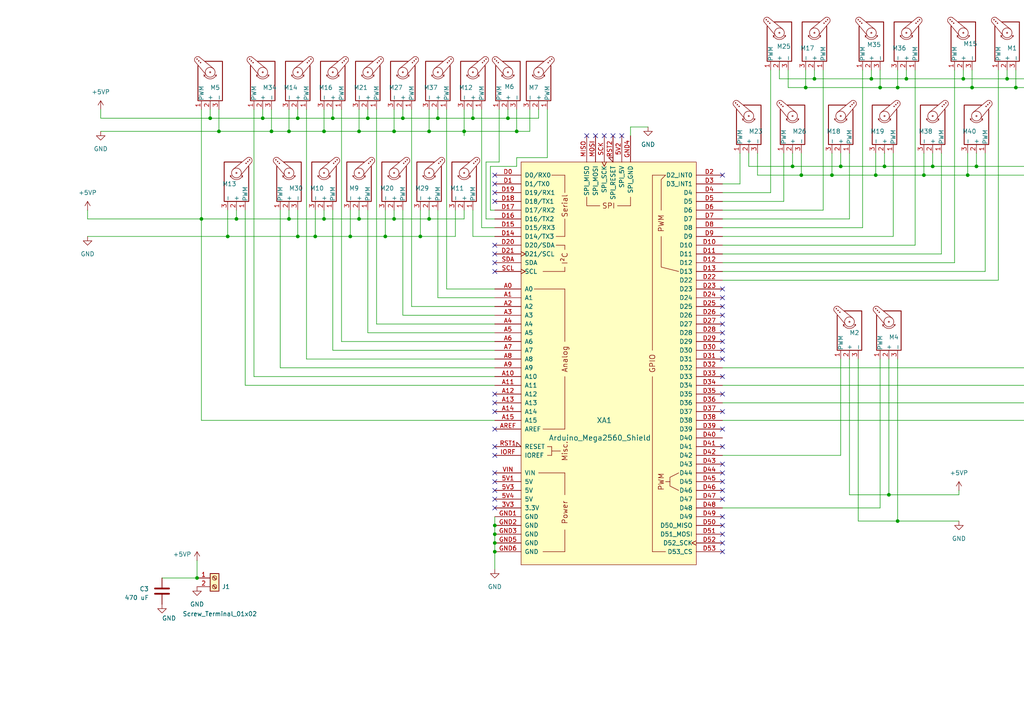
<source format=kicad_sch>
(kicad_sch (version 20250114) (generator "eeschema") (generator_version "9.0")
  (paper "A4")
  (lib_symbols
    (symbol "Arduino:Arduino_Mega2560_Shield" (pin_names (offset 1.016))
      (property "Reference" "XA" (at 0 -62.23 0))
      (property "Value" "Arduino_Mega2560_Shield" (at 0 -66.04 0))
      (symbol "Arduino_Mega2560_Shield_0_0"
        (rectangle (start -25.4 -58.42) (end 25.4 58.42) (fill (type background)))
        (polyline (pts (xy -21.59 21.59) (xy -12.7 21.59)))
        (rectangle (start -20.32 -31.75) (end -12.7 -31.75))
        (rectangle (start -19.05 26.67) (end -12.7 26.67))
        (rectangle (start -19.05 -19.05) (end -12.7 -19.05))
        (rectangle (start -19.05 -54.61) (end -12.7 -54.61))
        (rectangle (start -17.78 -24.13) (end -16.51 -24.13))
        (rectangle (start -17.78 -26.67) (end -16.51 -26.67))
        (rectangle (start -16.51 54.61) (end -12.7 54.61))
        (rectangle (start -16.51 -24.13) (end -16.51 -26.67))
        (rectangle (start -16.51 -25.4) (end -13.97 -25.4))
        (rectangle (start -15.24 36.83) (end -12.7 36.83))
        (rectangle (start -15.24 34.29) (end -12.7 34.29))
        (rectangle (start -12.7 49.53) (end -12.7 54.61))
        (rectangle (start -12.7 41.91) (end -12.7 36.83))
        (rectangle (start -12.7 34.29) (end -12.7 33.02))
        (rectangle (start -12.7 26.67) (end -12.7 27.94))
        (polyline (pts (xy -12.7 6.35) (xy -12.7 21.59)))
        (polyline (pts (xy -12.7 -19.05) (xy -12.7 -3.81)))
        (rectangle (start -12.7 -31.75) (end -12.7 -38.1))
        (rectangle (start -12.7 -54.61) (end -12.7 -48.26))
        (rectangle (start -6.35 48.26) (end -6.35 45.72))
        (rectangle (start -2.54 45.72) (end -6.35 45.72))
        (rectangle (start 6.35 48.26) (end 6.35 45.72))
        (rectangle (start 6.35 45.72) (end 2.54 45.72))
        (polyline (pts (xy 12.7 54.61) (xy 16.51 54.61)))
        (polyline (pts (xy 12.7 -54.61) (xy 16.51 -54.61)))
        (polyline (pts (xy 15.24 44.45) (xy 15.24 53.34) (xy 16.51 54.61)))
        (polyline (pts (xy 15.24 36.83) (xy 15.24 27.94) (xy 20.32 26.67)))
        (polyline (pts (xy 17.78 -34.29) (xy 16.51 -34.29)))
        (polyline (pts (xy 20.32 -31.75) (xy 17.78 -33.02) (xy 17.78 -35.56) (xy 20.32 -36.83)))
        (text "Serial" (at -12.7 45.72 900) (effects (font (size 1.524 1.524))))
        (text "I²C" (at -12.7 30.48 900) (effects (font (size 1.524 1.524))))
        (text "Analog" (at -12.7 1.27 900) (effects (font (size 1.524 1.524))))
        (text "Misc." (at -12.7 -25.4 900) (effects (font (size 1.524 1.524))))
        (text "Power" (at -12.7 -43.18 900) (effects (font (size 1.524 1.524))))
        (text "SPI" (at 0 45.72 0) (effects (font (size 1.524 1.524))))
        (text "PWM" (at 15.24 40.64 900) (effects (font (size 1.524 1.524))))
        (text "PWM" (at 15.24 -34.29 900) (effects (font (size 1.524 1.524))))
      )
      (symbol "Arduino_Mega2560_Shield_1_0"
        (rectangle (start 12.7 54.61) (end 12.7 3.81))
        (rectangle (start 12.7 -54.61) (end 12.7 -3.81))
        (text "GPIO" (at 12.7 0 900) (effects (font (size 1.524 1.524))))
      )
      (symbol "Arduino_Mega2560_Shield_1_1"
        (pin bidirectional line (at -33.02 54.61 0) (length 7.62) (name "D0/RX0") (number "D0"))
        (pin bidirectional line (at -33.02 52.07 0) (length 7.62) (name "D1/TX0") (number "D1"))
        (pin bidirectional line (at -33.02 49.53 0) (length 7.62) (name "D19/RX1") (number "D19"))
        (pin bidirectional line (at -33.02 46.99 0) (length 7.62) (name "D18/TX1") (number "D18"))
        (pin bidirectional line (at -33.02 44.45 0) (length 7.62) (name "D17/RX2") (number "D17"))
        (pin bidirectional line (at -33.02 41.91 0) (length 7.62) (name "D16/TX2") (number "D16"))
        (pin bidirectional line (at -33.02 39.37 0) (length 7.62) (name "D15/RX3") (number "D15"))
        (pin bidirectional line (at -33.02 36.83 0) (length 7.62) (name "D14/TX3") (number "D14"))
        (pin bidirectional line (at -33.02 34.29 0) (length 7.62) (name "D20/SDA") (number "D20"))
        (pin bidirectional clock (at -33.02 31.75 0) (length 7.62) (name "D21/SCL") (number "D21"))
        (pin bidirectional line (at -33.02 29.21 0) (length 7.62) (name "SDA") (number "SDA"))
        (pin bidirectional clock (at -33.02 26.67 0) (length 7.62) (name "SCL") (number "SCL"))
        (pin bidirectional line (at -33.02 21.59 0) (length 7.62) (name "A0") (number "A0"))
        (pin bidirectional line (at -33.02 19.05 0) (length 7.62) (name "A1") (number "A1"))
        (pin bidirectional line (at -33.02 16.51 0) (length 7.62) (name "A2") (number "A2"))
        (pin bidirectional line (at -33.02 13.97 0) (length 7.62) (name "A3") (number "A3"))
        (pin bidirectional line (at -33.02 11.43 0) (length 7.62) (name "A4") (number "A4"))
        (pin bidirectional line (at -33.02 8.89 0) (length 7.62) (name "A5") (number "A5"))
        (pin bidirectional line (at -33.02 6.35 0) (length 7.62) (name "A6") (number "A6"))
        (pin bidirectional line (at -33.02 3.81 0) (length 7.62) (name "A7") (number "A7"))
        (pin bidirectional line (at -33.02 1.27 0) (length 7.62) (name "A8") (number "A8"))
        (pin bidirectional line (at -33.02 -1.27 0) (length 7.62) (name "A9") (number "A9"))
        (pin bidirectional line (at -33.02 -3.81 0) (length 7.62) (name "A10") (number "A10"))
        (pin bidirectional line (at -33.02 -6.35 0) (length 7.62) (name "A11") (number "A11"))
        (pin bidirectional line (at -33.02 -8.89 0) (length 7.62) (name "A12") (number "A12"))
        (pin bidirectional line (at -33.02 -11.43 0) (length 7.62) (name "A13") (number "A13"))
        (pin bidirectional line (at -33.02 -13.97 0) (length 7.62) (name "A14") (number "A14"))
        (pin bidirectional line (at -33.02 -16.51 0) (length 7.62) (name "A15") (number "A15"))
        (pin input line (at -33.02 -19.05 0) (length 7.62) (name "AREF") (number "AREF"))
        (pin open_collector input_low (at -33.02 -24.13 0) (length 7.62) (name "RESET") (number "RST1"))
        (pin output line (at -33.02 -26.67 0) (length 7.62) (name "IOREF") (number "IORF"))
        (pin power_in line (at -33.02 -31.75 0) (length 7.62) (name "VIN") (number "VIN"))
        (pin power_in line (at -33.02 -34.29 0) (length 7.62) (name "5V") (number "5V1"))
        (pin power_in line (at -33.02 -36.83 0) (length 7.62) (name "5V") (number "5V3"))
        (pin power_in line (at -33.02 -39.37 0) (length 7.62) (name "5V") (number "5V4"))
        (pin power_out line (at -33.02 -41.91 0) (length 7.62) (name "3.3V") (number "3V3"))
        (pin power_in line (at -33.02 -44.45 0) (length 7.62) (name "GND") (number "GND1"))
        (pin power_in line (at -33.02 -46.99 0) (length 7.62) (name "GND") (number "GND2"))
        (pin power_in line (at -33.02 -49.53 0) (length 7.62) (name "GND") (number "GND3"))
        (pin power_in line (at -33.02 -52.07 0) (length 7.62) (name "GND") (number "GND5"))
        (pin power_in line (at -33.02 -54.61 0) (length 7.62) (name "GND") (number "GND6"))
        (pin input line (at -6.35 66.04 270) (length 7.62) (name "SPI_MISO") (number "MISO"))
        (pin output line (at -3.81 66.04 270) (length 7.62) (name "SPI_MOSI") (number "MOSI"))
        (pin output clock (at -1.27 66.04 270) (length 7.62) (name "SPI_SCK") (number "SCK"))
        (pin open_collector input_low (at 1.27 66.04 270) (length 7.62) (name "SPI_RESET") (number "RST2"))
        (pin power_in line (at 3.81 66.04 270) (length 7.62) (name "SPI_5V") (number "5V2"))
        (pin power_in line (at 6.35 66.04 270) (length 7.62) (name "SPI_GND") (number "GND4"))
        (pin bidirectional line (at 33.02 54.61 180) (length 7.62) (name "D2_INT0") (number "D2"))
        (pin bidirectional line (at 33.02 52.07 180) (length 7.62) (name "D3_INT1") (number "D3"))
        (pin bidirectional line (at 33.02 49.53 180) (length 7.62) (name "D4") (number "D4"))
        (pin bidirectional line (at 33.02 46.99 180) (length 7.62) (name "D5") (number "D5"))
        (pin bidirectional line (at 33.02 44.45 180) (length 7.62) (name "D6") (number "D6"))
        (pin bidirectional line (at 33.02 41.91 180) (length 7.62) (name "D7") (number "D7"))
        (pin bidirectional line (at 33.02 39.37 180) (length 7.62) (name "D8") (number "D8"))
        (pin bidirectional line (at 33.02 36.83 180) (length 7.62) (name "D9") (number "D9"))
        (pin bidirectional line (at 33.02 34.29 180) (length 7.62) (name "D10") (number "D10"))
        (pin bidirectional line (at 33.02 31.75 180) (length 7.62) (name "D11") (number "D11"))
        (pin bidirectional line (at 33.02 29.21 180) (length 7.62) (name "D12") (number "D12"))
        (pin bidirectional line (at 33.02 26.67 180) (length 7.62) (name "D13") (number "D13"))
        (pin bidirectional line (at 33.02 24.13 180) (length 7.62) (name "D22") (number "D22"))
        (pin bidirectional line (at 33.02 21.59 180) (length 7.62) (name "D23") (number "D23"))
        (pin bidirectional line (at 33.02 19.05 180) (length 7.62) (name "D24") (number "D24"))
        (pin bidirectional line (at 33.02 16.51 180) (length 7.62) (name "D25") (number "D25"))
        (pin bidirectional line (at 33.02 13.97 180) (length 7.62) (name "D26") (number "D26"))
        (pin bidirectional line (at 33.02 11.43 180) (length 7.62) (name "D27") (number "D27"))
        (pin bidirectional line (at 33.02 8.89 180) (length 7.62) (name "D28") (number "D28"))
        (pin bidirectional line (at 33.02 6.35 180) (length 7.62) (name "D29") (number "D29"))
        (pin bidirectional line (at 33.02 3.81 180) (length 7.62) (name "D30") (number "D30"))
        (pin bidirectional line (at 33.02 1.27 180) (length 7.62) (name "D31") (number "D31"))
        (pin bidirectional line (at 33.02 -1.27 180) (length 7.62) (name "D32") (number "D32"))
        (pin bidirectional line (at 33.02 -3.81 180) (length 7.62) (name "D33") (number "D33"))
        (pin bidirectional line (at 33.02 -6.35 180) (length 7.62) (name "D34") (number "D34"))
        (pin bidirectional line (at 33.02 -8.89 180) (length 7.62) (name "D35") (number "D35"))
        (pin bidirectional line (at 33.02 -11.43 180) (length 7.62) (name "D36") (number "D36"))
        (pin bidirectional line (at 33.02 -13.97 180) (length 7.62) (name "D37") (number "D37"))
        (pin bidirectional line (at 33.02 -16.51 180) (length 7.62) (name "D38") (number "D38"))
        (pin bidirectional line (at 33.02 -19.05 180) (length 7.62) (name "D39") (number "D39"))
        (pin bidirectional line (at 33.02 -21.59 180) (length 7.62) (name "D40") (number "D40"))
        (pin bidirectional line (at 33.02 -24.13 180) (length 7.62) (name "D41") (number "D41"))
        (pin bidirectional line (at 33.02 -26.67 180) (length 7.62) (name "D42") (number "D42"))
        (pin bidirectional line (at 33.02 -29.21 180) (length 7.62) (name "D43") (number "D43"))
        (pin bidirectional line (at 33.02 -31.75 180) (length 7.62) (name "D44") (number "D44"))
        (pin bidirectional line (at 33.02 -34.29 180) (length 7.62) (name "D45") (number "D45"))
        (pin bidirectional line (at 33.02 -36.83 180) (length 7.62) (name "D46") (number "D46"))
        (pin bidirectional line (at 33.02 -39.37 180) (length 7.62) (name "D47") (number "D47"))
        (pin bidirectional line (at 33.02 -41.91 180) (length 7.62) (name "D48") (number "D48"))
        (pin bidirectional line (at 33.02 -44.45 180) (length 7.62) (name "D49") (number "D49"))
        (pin bidirectional line (at 33.02 -46.99 180) (length 7.62) (name "D50_MISO") (number "D50"))
        (pin bidirectional line (at 33.02 -49.53 180) (length 7.62) (name "D51_MOSI") (number "D51"))
        (pin bidirectional clock (at 33.02 -52.07 180) (length 7.62) (name "D52_SCK") (number "D52"))
        (pin bidirectional line (at 33.02 -54.61 180) (length 7.62) (name "D53_CS") (number "D53"))
      )
    )
    (symbol "Connector:Screw_Terminal_01x02" (pin_names (offset 1.016) (hide yes))
      (property "Reference" "J" (at 0 2.54 0))
      (property "Value" "Screw_Terminal_01x02" (at 0 -5.08 0))
      (symbol "Screw_Terminal_01x02_1_1"
        (rectangle (start -1.27 1.27) (end 1.27 -3.81) (stroke (width 0.254)) (fill (type background)))
        (polyline (pts (xy -0.5334 0.3302) (xy 0.3302 -0.508)) (stroke (width 0.1524)))
        (polyline (pts (xy -0.5334 -2.2098) (xy 0.3302 -3.048)) (stroke (width 0.1524)))
        (polyline (pts (xy -0.3556 0.508) (xy 0.508 -0.3302)) (stroke (width 0.1524)))
        (polyline (pts (xy -0.3556 -2.032) (xy 0.508 -2.8702)) (stroke (width 0.1524)))
        (circle (center 0 0) (radius 0.635) (stroke (width 0.1524)))
        (circle (center 0 -2.54) (radius 0.635) (stroke (width 0.1524)))
        (pin passive line (at -5.08 0 0) (length 3.81) (name "Pin_1") (number "1"))
        (pin passive line (at -5.08 -2.54 0) (length 3.81) (name "Pin_2") (number "2"))
      )
    )
    (symbol "Device:C" (pin_numbers (hide yes)) (pin_names (offset 0.254))
      (property "Reference" "C" (at 0.635 2.54 0))
      (property "Value" "C" (at 0.635 -2.54 0))
      (symbol "C_0_1"
        (polyline (pts (xy -2.032 0.762) (xy 2.032 0.762)) (stroke (width 0.508)))
        (polyline (pts (xy -2.032 -0.762) (xy 2.032 -0.762)) (stroke (width 0.508)))
      )
      (symbol "C_1_1"
        (pin passive line (at 0 3.81 270) (length 2.794) (name "~") (number "1"))
        (pin passive line (at 0 -3.81 90) (length 2.794) (name "~") (number "2"))
      )
    )
    (symbol "Motor:Motor_Servo" (pin_names (offset 0.0254))
      (property "Reference" "M" (at -5.08 4.445 0))
      (property "Value" "Motor_Servo" (at -5.08 -4.064 0))
      (symbol "Motor_Servo_0_1"
        (polyline (pts (xy 2.413 1.778) (xy 1.905 1.778)))
        (polyline (pts (xy 2.413 1.778) (xy 2.286 1.397)))
        (polyline (pts (xy 2.413 -1.778) (xy 2.032 -1.778)))
        (polyline (pts (xy 2.413 -1.778) (xy 2.286 -1.397)))
        (arc (start 2.413 -1.778) (mid 1.2406 0) (end 2.413 1.778))
        (circle (center 3.175 0) (radius 0.1778))
        (circle (center 3.175 0) (radius 1.4224))
        (polyline (pts (xy 5.08 3.556) (xy -5.08 3.556) (xy -5.08 -3.556) (xy 6.35 -3.556) (xy 6.35 1.524)) (stroke (width 0.254)))
        (circle (center 5.969 2.794) (radius 0.127))
        (polyline (pts (xy 6.35 4.445) (xy 2.54 1.27)))
        (circle (center 6.477 3.302) (radius 0.127))
        (arc (start 6.35 4.445) (mid 7.4487 4.2737) (end 7.62 3.175))
        (circle (center 6.985 3.81) (radius 0.127))
        (polyline (pts (xy 7.62 3.175) (xy 4.191 -1.016)))
      )
      (symbol "Motor_Servo_1_1"
        (pin passive line (at -7.62 2.54 0) (length 2.54) (name "PWM") (number "1"))
        (pin passive line (at -7.62 0 0) (length 2.54) (name "+") (number "2"))
        (pin passive line (at -7.62 -2.54 0) (length 2.54) (name "-") (number "3"))
      )
    )
    (symbol "power:+5VP" (power) (pin_numbers (hide yes)) (pin_names (offset 0) (hide yes))
      (property "Value" "+5VP" (at 0 3.556 0))
      (symbol "+5VP_0_1"
        (polyline (pts (xy -0.762 1.27) (xy 0 2.54)))
        (polyline (pts (xy 0 2.54) (xy 0.762 1.27)))
        (polyline (pts (xy 0 0) (xy 0 2.54)))
      )
      (symbol "+5VP_1_1"
        (pin power_in line (at 0 0 90) (length 0) (name "~") (number "1"))
      )
    )
    (symbol "power:GND" (power) (pin_names (offset 0))
      (property "Value" "GND" (at 0 -3.81 0))
      (symbol "GND_0_1"
        (polyline (pts (xy 0 0) (xy 0 -1.27) (xy 1.27 -1.27) (xy 0 -2.54) (xy -1.27 -1.27) (xy 0 -1.27)))
      )
      (symbol "GND_1_1"
        (pin power_in line (at 0 0 270) (length 0) (hide yes) (name "GND") (number "1"))
      )
    )
  )
  (junction (at 83.82 63.5))
  (junction (at 93.98 63.5))
  (junction (at 66.04 68.58))
  (junction (at 322.58 99.06))
  (junction (at 149.86 38.1))
  (junction (at 104.14 38.1))
  (junction (at 91.44 68.58))
  (junction (at 124.46 38.1))
  (junction (at 124.46 63.5))
  (junction (at 58.42 63.5))
  (junction (at 232.41 50.8))
  (junction (at 283.21 48.26))
  (junction (at 63.5 38.1))
  (junction (at 267.97 50.8))
  (junction (at 143.51 160.02))
  (junction (at 143.51 154.94))
  (junction (at 147.32 34.29))
  (junction (at 121.92 68.58))
  (junction (at 127 34.29))
  (junction (at 252.73 22.86))
  (junction (at 233.68 25.4))
  (junction (at 280.67 50.8))
  (junction (at 86.36 34.29))
  (junction (at 111.76 68.58))
  (junction (at 236.22 22.86))
  (junction (at 106.68 34.29))
  (junction (at 57.15 167.64))
  (junction (at 281.94 25.4))
  (junction (at 134.62 38.1))
  (junction (at 260.35 25.4))
  (junction (at 83.82 38.1))
  (junction (at 260.35 151.13))
  (junction (at 279.4 22.86))
  (junction (at 68.58 63.5))
  (junction (at 143.51 157.48))
  (junction (at 322.58 77.47))
  (junction (at 60.96 34.29))
  (junction (at 76.2 34.29))
  (junction (at 243.84 48.26))
  (junction (at 114.3 63.5))
  (junction (at 96.52 34.29))
  (junction (at 327.66 121.92))
  (junction (at 229.87 48.26))
  (junction (at 292.1 22.86))
  (junction (at 101.6 68.58))
  (junction (at 143.51 152.4))
  (junction (at 104.14 63.5))
  (junction (at 325.12 74.93))
  (junction (at 114.3 38.1))
  (junction (at 93.98 38.1))
  (junction (at 116.84 34.29))
  (junction (at 294.64 25.4))
  (junction (at 255.27 25.4))
  (junction (at 137.16 34.29))
  (junction (at 262.89 22.86))
  (junction (at 325.12 104.14))
  (junction (at 270.51 48.26))
  (junction (at 254 50.8))
  (junction (at 86.36 68.58))
  (junction (at 256.54 48.26))
  (junction (at 78.74 38.1))
  (junction (at 241.3 50.8))
  (junction (at 257.81 143.51))
  (no_connect (at 209.55 114.3))
  (no_connect (at 143.51 144.78))
  (no_connect (at 209.55 137.16))
  (no_connect (at 209.55 86.36))
  (no_connect (at 209.55 134.62))
  (no_connect (at 209.55 157.48))
  (no_connect (at 209.55 104.14))
  (no_connect (at 172.72 39.37))
  (no_connect (at 143.51 124.46))
  (no_connect (at 209.55 109.22))
  (no_connect (at 209.55 96.52))
  (no_connect (at 209.55 99.06))
  (no_connect (at 143.51 137.16))
  (no_connect (at 209.55 83.82))
  (no_connect (at 143.51 73.66))
  (no_connect (at 209.55 91.44))
  (no_connect (at 209.55 93.98))
  (no_connect (at 209.55 144.78))
  (no_connect (at 209.55 149.86))
  (no_connect (at 143.51 71.12))
  (no_connect (at 209.55 142.24))
  (no_connect (at 143.51 142.24))
  (no_connect (at 143.51 132.08))
  (no_connect (at 143.51 53.34))
  (no_connect (at 209.55 101.6))
  (no_connect (at 143.51 147.32))
  (no_connect (at 143.51 129.54))
  (no_connect (at 143.51 119.38))
  (no_connect (at 209.55 88.9))
  (no_connect (at 143.51 50.8))
  (no_connect (at 209.55 119.38))
  (no_connect (at 143.51 76.2))
  (no_connect (at 209.55 50.8))
  (no_connect (at 209.55 124.46))
  (no_connect (at 175.26 39.37))
  (no_connect (at 209.55 160.02))
  (no_connect (at 177.8 39.37))
  (no_connect (at 180.34 39.37))
  (no_connect (at 143.51 78.74))
  (no_connect (at 143.51 58.42))
  (no_connect (at 143.51 114.3))
  (no_connect (at 209.55 154.94))
  (no_connect (at 209.55 152.4))
  (no_connect (at 143.51 116.84))
  (no_connect (at 170.18 39.37))
  (no_connect (at 143.51 139.7))
  (no_connect (at 209.55 129.54))
  (no_connect (at 209.55 139.7))
  (no_connect (at 143.51 55.88))
  (wire (pts (xy 217.17 48.26) (xy 229.87 48.26)))
  (wire (pts (xy 96.52 101.6) (xy 96.52 60.96)))
  (wire (pts (xy 127 31.75) (xy 127 34.29)))
  (wire (pts (xy 289.56 20.32) (xy 289.56 81.28)))
  (wire (pts (xy 127 86.36) (xy 127 60.96)))
  (wire (pts (xy 149.86 38.1) (xy 134.62 38.1)))
  (wire (pts (xy 309.88 106.68) (xy 309.88 93.98)))
  (wire (pts (xy 260.35 151.13) (xy 278.13 151.13)))
  (wire (pts (xy 121.92 60.96) (xy 121.92 68.58)))
  (wire (pts (xy 226.06 22.86) (xy 236.22 22.86)))
  (wire (pts (xy 229.87 44.45) (xy 229.87 48.26)))
  (wire (pts (xy 292.1 20.32) (xy 292.1 22.86)))
  (wire (pts (xy 256.54 44.45) (xy 256.54 48.26)))
  (wire (pts (xy 104.14 38.1) (xy 114.3 38.1)))
  (wire (pts (xy 147.32 34.29) (xy 137.16 34.29)))
  (wire (pts (xy 83.82 31.75) (xy 83.82 38.1)))
  (wire (pts (xy 60.96 31.75) (xy 60.96 34.29)))
  (wire (pts (xy 270.51 48.26) (xy 283.21 48.26)))
  (wire (pts (xy 91.44 60.96) (xy 91.44 68.58)))
  (wire (pts (xy 134.62 38.1) (xy 134.62 39.37)))
  (wire (pts (xy 241.3 50.8) (xy 254 50.8)))
  (wire (pts (xy 262.89 20.32) (xy 262.89 22.86)))
  (wire (pts (xy 236.22 22.86) (xy 252.73 22.86)))
  (wire (pts (xy 29.21 31.75) (xy 29.21 34.29)))
  (wire (pts (xy 246.38 143.51) (xy 257.81 143.51)))
  (wire (pts (xy 223.52 55.88) (xy 223.52 20.32)))
  (wire (pts (xy 276.86 76.2) (xy 276.86 20.32)))
  (wire (pts (xy 243.84 132.08) (xy 209.55 132.08)))
  (wire (pts (xy 254 44.45) (xy 254 50.8)))
  (wire (pts (xy 143.51 111.76) (xy 71.12 111.76)))
  (wire (pts (xy 281.94 20.32) (xy 281.94 25.4)))
  (wire (pts (xy 153.67 31.75) (xy 153.67 38.1)))
  (wire (pts (xy 101.6 60.96) (xy 101.6 68.58)))
  (wire (pts (xy 143.51 91.44) (xy 116.84 91.44)))
  (wire (pts (xy 58.42 121.92) (xy 58.42 63.5)))
  (wire (pts (xy 209.55 111.76) (xy 317.5 111.76)))
  (wire (pts (xy 143.51 101.6) (xy 96.52 101.6)))
  (wire (pts (xy 149.86 31.75) (xy 149.86 38.1)))
  (wire (pts (xy 96.52 34.29) (xy 86.36 34.29)))
  (wire (pts (xy 279.4 22.86) (xy 292.1 22.86)))
  (wire (pts (xy 116.84 91.44) (xy 116.84 60.96)))
  (wire (pts (xy 93.98 38.1) (xy 104.14 38.1)))
  (wire (pts (xy 127 34.29) (xy 116.84 34.29)))
  (wire (pts (xy 143.51 93.98) (xy 109.22 93.98)))
  (wire (pts (xy 137.16 68.58) (xy 143.51 68.58)))
  (wire (pts (xy 156.21 31.75) (xy 156.21 34.29)))
  (wire (pts (xy 93.98 31.75) (xy 93.98 38.1)))
  (wire (pts (xy 294.64 25.4) (xy 311.15 25.4)))
  (wire (pts (xy 143.51 160.02) (xy 143.51 165.1)))
  (wire (pts (xy 312.42 77.47) (xy 322.58 77.47)))
  (wire (pts (xy 214.63 44.45) (xy 214.63 53.34)))
  (wire (pts (xy 63.5 38.1) (xy 78.74 38.1)))
  (wire (pts (xy 124.46 31.75) (xy 124.46 38.1)))
  (wire (pts (xy 325.12 74.93) (xy 337.82 74.93)))
  (wire (pts (xy 257.81 143.51) (xy 278.13 143.51)))
  (wire (pts (xy 281.94 25.4) (xy 294.64 25.4)))
  (wire (pts (xy 121.92 68.58) (xy 132.08 68.58)))
  (wire (pts (xy 63.5 31.75) (xy 63.5 38.1)))
  (wire (pts (xy 255.27 25.4) (xy 260.35 25.4)))
  (wire (pts (xy 285.75 78.74) (xy 209.55 78.74)))
  (wire (pts (xy 312.42 99.06) (xy 322.58 99.06)))
  (wire (pts (xy 83.82 38.1) (xy 93.98 38.1)))
  (wire (pts (xy 229.87 48.26) (xy 243.84 48.26)))
  (wire (pts (xy 182.88 36.83) (xy 187.96 36.83)))
  (wire (pts (xy 139.7 31.75) (xy 139.7 66.04)))
  (wire (pts (xy 143.51 99.06) (xy 99.06 99.06)))
  (wire (pts (xy 134.62 63.5) (xy 134.62 60.96)))
  (wire (pts (xy 58.42 63.5) (xy 58.42 31.75)))
  (wire (pts (xy 243.84 44.45) (xy 243.84 48.26)))
  (wire (pts (xy 124.46 63.5) (xy 134.62 63.5)))
  (wire (pts (xy 93.98 63.5) (xy 104.14 63.5)))
  (wire (pts (xy 257.81 104.14) (xy 257.81 143.51)))
  (wire (pts (xy 88.9 104.14) (xy 88.9 31.75)))
  (wire (pts (xy 134.62 31.75) (xy 134.62 38.1)))
  (wire (pts (xy 25.4 68.58) (xy 66.04 68.58)))
  (wire (pts (xy 119.38 31.75) (xy 119.38 88.9)))
  (wire (pts (xy 243.84 104.14) (xy 243.84 132.08)))
  (wire (pts (xy 280.67 50.8) (xy 307.34 50.8)))
  (wire (pts (xy 149.86 45.72) (xy 158.75 45.72)))
  (wire (pts (xy 153.67 38.1) (xy 149.86 38.1)))
  (wire (pts (xy 114.3 63.5) (xy 124.46 63.5)))
  (wire (pts (xy 129.54 31.75) (xy 129.54 83.82)))
  (wire (pts (xy 320.04 93.98) (xy 320.04 116.84)))
  (wire (pts (xy 124.46 38.1) (xy 134.62 38.1)))
  (wire (pts (xy 142.24 60.96) (xy 142.24 48.26)))
  (wire (pts (xy 143.51 96.52) (xy 106.68 96.52)))
  (wire (pts (xy 214.63 53.34) (xy 209.55 53.34)))
  (wire (pts (xy 337.82 73.66) (xy 337.82 74.93)))
  (wire (pts (xy 267.97 50.8) (xy 280.67 50.8)))
  (wire (pts (xy 93.98 60.96) (xy 93.98 63.5)))
  (wire (pts (xy 111.76 60.96) (xy 111.76 68.58)))
  (wire (pts (xy 143.51 106.68) (xy 81.28 106.68)))
  (wire (pts (xy 68.58 63.5) (xy 83.82 63.5)))
  (wire (pts (xy 96.52 31.75) (xy 96.52 34.29)))
  (wire (pts (xy 280.67 44.45) (xy 280.67 50.8)))
  (wire (pts (xy 283.21 44.45) (xy 283.21 48.26)))
  (wire (pts (xy 132.08 60.96) (xy 132.08 68.58)))
  (wire (pts (xy 58.42 63.5) (xy 68.58 63.5)))
  (wire (pts (xy 209.55 71.12) (xy 265.43 71.12)))
  (wire (pts (xy 73.66 31.75) (xy 73.66 109.22)))
  (wire (pts (xy 209.55 66.04) (xy 250.19 66.04)))
  (wire (pts (xy 101.6 68.58) (xy 111.76 68.58)))
  (wire (pts (xy 217.17 44.45) (xy 217.17 48.26)))
  (wire (pts (xy 320.04 116.84) (xy 209.55 116.84)))
  (wire (pts (xy 209.55 121.92) (xy 327.66 121.92)))
  (wire (pts (xy 137.16 34.29) (xy 127 34.29)))
  (wire (pts (xy 104.14 63.5) (xy 114.3 63.5)))
  (wire (pts (xy 233.68 20.32) (xy 233.68 25.4)))
  (wire (pts (xy 104.14 60.96) (xy 104.14 63.5)))
  (wire (pts (xy 209.55 58.42) (xy 227.33 58.42)))
  (wire (pts (xy 143.51 152.4) (xy 143.51 154.94)))
  (wire (pts (xy 248.92 151.13) (xy 260.35 151.13)))
  (wire (pts (xy 114.3 38.1) (xy 124.46 38.1)))
  (wire (pts (xy 322.58 99.06) (xy 346.71 99.06)))
  (wire (pts (xy 262.89 22.86) (xy 279.4 22.86)))
  (wire (pts (xy 147.32 31.75) (xy 147.32 34.29)))
  (wire (pts (xy 294.64 20.32) (xy 294.64 25.4)))
  (wire (pts (xy 140.97 46.99) (xy 140.97 63.5)))
  (wire (pts (xy 156.21 34.29) (xy 147.32 34.29)))
  (wire (pts (xy 209.55 81.28) (xy 289.56 81.28)))
  (wire (pts (xy 327.66 72.39) (xy 327.66 121.92)))
  (wire (pts (xy 78.74 31.75) (xy 78.74 38.1)))
  (wire (pts (xy 143.51 104.14) (xy 88.9 104.14)))
  (wire (pts (xy 241.3 50.8) (xy 232.41 50.8)))
  (wire (pts (xy 283.21 48.26) (xy 307.34 48.26)))
  (wire (pts (xy 312.42 72.39) (xy 312.42 77.47)))
  (wire (pts (xy 314.96 93.98) (xy 314.96 104.14)))
  (wire (pts (xy 29.21 38.1) (xy 63.5 38.1)))
  (wire (pts (xy 209.55 60.96) (xy 238.76 60.96)))
  (wire (pts (xy 246.38 63.5) (xy 246.38 44.45)))
  (wire (pts (xy 119.38 88.9) (xy 143.51 88.9)))
  (wire (pts (xy 317.5 72.39) (xy 317.5 111.76)))
  (wire (pts (xy 278.13 142.24) (xy 278.13 143.51)))
  (wire (pts (xy 226.06 20.32) (xy 226.06 22.86)))
  (wire (pts (xy 227.33 58.42) (xy 227.33 44.45)))
  (wire (pts (xy 252.73 20.32) (xy 252.73 22.86)))
  (wire (pts (xy 209.55 73.66) (xy 273.05 73.66)))
  (wire (pts (xy 139.7 66.04) (xy 143.51 66.04)))
  (wire (pts (xy 260.35 20.32) (xy 260.35 25.4)))
  (wire (pts (xy 106.68 96.52) (xy 106.68 60.96)))
  (wire (pts (xy 311.15 20.32) (xy 311.15 22.86)))
  (wire (pts (xy 209.55 63.5) (xy 246.38 63.5)))
  (wire (pts (xy 250.19 66.04) (xy 250.19 20.32)))
  (wire (pts (xy 143.51 121.92) (xy 58.42 121.92)))
  (wire (pts (xy 25.4 60.96) (xy 25.4 63.5)))
  (wire (pts (xy 322.58 72.39) (xy 322.58 77.47)))
  (wire (pts (xy 260.35 25.4) (xy 281.94 25.4)))
  (wire (pts (xy 325.12 93.98) (xy 325.12 104.14)))
  (wire (pts (xy 144.78 46.99) (xy 140.97 46.99)))
  (wire (pts (xy 66.04 68.58) (xy 86.36 68.58)))
  (wire (pts (xy 109.22 93.98) (xy 109.22 31.75)))
  (wire (pts (xy 57.15 167.64) (xy 46.99 167.64)))
  (wire (pts (xy 292.1 22.86) (xy 311.15 22.86)))
  (wire (pts (xy 256.54 48.26) (xy 270.51 48.26)))
  (wire (pts (xy 68.58 60.96) (xy 68.58 63.5)))
  (wire (pts (xy 255.27 25.4) (xy 233.68 25.4)))
  (wire (pts (xy 243.84 48.26) (xy 256.54 48.26)))
  (wire (pts (xy 76.2 34.29) (xy 60.96 34.29)))
  (wire (pts (xy 254 50.8) (xy 267.97 50.8)))
  (wire (pts (xy 106.68 31.75) (xy 106.68 34.29)))
  (wire (pts (xy 127 86.36) (xy 143.51 86.36)))
  (wire (pts (xy 255.27 104.14) (xy 255.27 147.32)))
  (wire (pts (xy 265.43 71.12) (xy 265.43 20.32)))
  (wire (pts (xy 228.6 25.4) (xy 228.6 20.32)))
  (wire (pts (xy 83.82 60.96) (xy 83.82 63.5)))
  (wire (pts (xy 252.73 22.86) (xy 262.89 22.86)))
  (wire (pts (xy 86.36 68.58) (xy 91.44 68.58)))
  (wire (pts (xy 86.36 34.29) (xy 76.2 34.29)))
  (wire (pts (xy 327.66 121.92) (xy 327.66 127)))
  (wire (pts (xy 60.96 34.29) (xy 29.21 34.29)))
  (wire (pts (xy 142.24 48.26) (xy 149.86 48.26)))
  (wire (pts (xy 140.97 63.5) (xy 143.51 63.5)))
  (wire (pts (xy 116.84 34.29) (xy 106.68 34.29)))
  (wire (pts (xy 279.4 20.32) (xy 279.4 22.86)))
  (wire (pts (xy 143.51 60.96) (xy 142.24 60.96)))
  (wire (pts (xy 83.82 63.5) (xy 93.98 63.5)))
  (wire (pts (xy 209.55 55.88) (xy 223.52 55.88)))
  (wire (pts (xy 209.55 76.2) (xy 276.86 76.2)))
  (wire (pts (xy 143.51 149.86) (xy 143.51 152.4)))
  (wire (pts (xy 86.36 60.96) (xy 86.36 68.58)))
  (wire (pts (xy 143.51 154.94) (xy 143.51 157.48)))
  (wire (pts (xy 270.51 44.45) (xy 270.51 48.26)))
  (wire (pts (xy 76.2 31.75) (xy 76.2 34.29)))
  (wire (pts (xy 314.96 74.93) (xy 325.12 74.93)))
  (wire (pts (xy 267.97 44.45) (xy 267.97 50.8)))
  (wire (pts (xy 273.05 73.66) (xy 273.05 44.45)))
  (wire (pts (xy 285.75 44.45) (xy 285.75 78.74)))
  (wire (pts (xy 144.78 31.75) (xy 144.78 46.99)))
  (wire (pts (xy 325.12 72.39) (xy 325.12 74.93)))
  (wire (pts (xy 111.76 68.58) (xy 121.92 68.58)))
  (wire (pts (xy 106.68 34.29) (xy 96.52 34.29)))
  (wire (pts (xy 232.41 50.8) (xy 232.41 44.45)))
  (wire (pts (xy 71.12 111.76) (xy 71.12 60.96)))
  (wire (pts (xy 314.96 104.14) (xy 325.12 104.14)))
  (wire (pts (xy 81.28 106.68) (xy 81.28 60.96)))
  (wire (pts (xy 238.76 60.96) (xy 238.76 20.32)))
  (wire (pts (xy 104.14 31.75) (xy 104.14 38.1)))
  (wire (pts (xy 241.3 44.45) (xy 241.3 50.8)))
  (wire (pts (xy 255.27 147.32) (xy 209.55 147.32)))
  (wire (pts (xy 99.06 99.06) (xy 99.06 31.75)))
  (wire (pts (xy 78.74 38.1) (xy 83.82 38.1)))
  (wire (pts (xy 325.12 104.14) (xy 346.71 104.14)))
  (wire (pts (xy 233.68 25.4) (xy 228.6 25.4)))
  (wire (pts (xy 255.27 20.32) (xy 255.27 25.4)))
  (wire (pts (xy 91.44 68.58) (xy 101.6 68.58)))
  (wire (pts (xy 322.58 93.98) (xy 322.58 99.06)))
  (wire (pts (xy 219.71 44.45) (xy 219.71 50.8)))
  (wire (pts (xy 114.3 38.1) (xy 114.3 31.75)))
  (wire (pts (xy 246.38 104.14) (xy 246.38 143.51)))
  (wire (pts (xy 57.15 162.56) (xy 57.15 167.64)))
  (wire (pts (xy 182.88 39.37) (xy 182.88 36.83)))
  (wire (pts (xy 314.96 72.39) (xy 314.96 74.93)))
  (wire (pts (xy 209.55 106.68) (xy 309.88 106.68)))
  (wire (pts (xy 260.35 104.14) (xy 260.35 151.13)))
  (wire (pts (xy 209.55 68.58) (xy 259.08 68.58)))
  (wire (pts (xy 259.08 68.58) (xy 259.08 44.45)))
  (wire (pts (xy 322.58 77.47) (xy 337.82 77.47)))
  (wire (pts (xy 236.22 20.32) (xy 236.22 22.86)))
  (wire (pts (xy 114.3 60.96) (xy 114.3 63.5)))
  (wire (pts (xy 25.4 63.5) (xy 58.42 63.5)))
  (wire (pts (xy 248.92 104.14) (xy 248.92 151.13)))
  (wire (pts (xy 137.16 31.75) (xy 137.16 34.29)))
  (wire (pts (xy 143.51 157.48) (xy 143.51 160.02)))
  (wire (pts (xy 312.42 93.98) (xy 312.42 99.06)))
  (wire (pts (xy 124.46 60.96) (xy 124.46 63.5)))
  (wire (pts (xy 116.84 31.75) (xy 116.84 34.29)))
  (wire (pts (xy 143.51 109.22) (xy 73.66 109.22)))
  (wire (pts (xy 129.54 83.82) (xy 143.51 83.82)))
  (wire (pts (xy 86.36 31.75) (xy 86.36 34.29)))
  (wire (pts (xy 149.86 48.26) (xy 149.86 45.72)))
  (wire (pts (xy 158.75 45.72) (xy 158.75 31.75)))
  (wire (pts (xy 66.04 60.96) (xy 66.04 68.58)))
  (wire (pts (xy 219.71 50.8) (xy 232.41 50.8)))
  (wire (pts (xy 137.16 68.58) (xy 137.16 60.96)))
  (symbol (lib_id "Motor:Motor_Servo") (at 147.32 24.13 90) (unit 1)
    (property "Reference" "M6" (at 146.304 25.146 90) (effects (justify right)))
    (property "Value" "Motor_Servo" (effects (hide yes)))
    (property "Footprint" "Connector_PinHeader_2.54mm:PinHeader_1x03_P2.54mm_Vertical" (effects (hide yes)))
    (property "Datasheet" "http://forums.parallax.com/uploads/attachments/46831/74481.png" (effects (hide yes)))
  )
  (symbol (lib_id "power:GND") (at 143.51 165.1 0) (unit 1)
    (property "Reference" "#PWR03" (effects (hide yes)))
    (property "Value" "GND" (at 143.51 170.18 0))
  )
  (symbol (lib_id "Device:C") (at 46.99 171.45 0) (mirror y) (unit 1)
    (property "Reference" "C3" (at 43.18 170.815 0) (effects (justify left)))
    (property "Value" "470 uF" (at 43.18 173.355 0) (effects (justify left)))
    (property "Footprint" "Capacitor_THT:CP_Radial_D10.0mm_P5.00mm" (effects (hide yes)))
  )
  (symbol (lib_id "Motor:Motor_Servo") (at 257.81 96.52 90) (unit 1)
    (property "Reference" "M4" (at 257.81 97.79 90) (effects (justify right)))
    (property "Value" "Motor_Servo" (effects (hide yes)))
    (property "Footprint" "Connector_PinHeader_2.54mm:PinHeader_1x03_P2.54mm_Vertical" (effects (hide yes)))
    (property "Datasheet" "http://forums.parallax.com/uploads/attachments/46831/74481.png" (effects (hide yes)))
  )
  (symbol (lib_id "power:GND") (at 25.4 68.58 0) (unit 1)
    (property "Reference" "#PWR014" (effects (hide yes)))
    (property "Value" "GND" (at 25.4 73.66 0))
  )
  (symbol (lib_id "Motor:Motor_Servo") (at 134.62 53.34 270) (mirror x) (unit 1)
    (property "Reference" "M11" (at 134.62 54.61 90) (effects (justify right)))
    (property "Value" "Motor_Servo" (effects (hide yes)))
    (property "Footprint" "Connector_PinHeader_2.54mm:PinHeader_1x03_P2.54mm_Vertical" (effects (hide yes)))
    (property "Datasheet" "http://forums.parallax.com/uploads/attachments/46831/74481.png" (effects (hide yes)))
  )
  (symbol (lib_id "Motor:Motor_Servo") (at 252.73 12.7 90) (unit 1)
    (property "Reference" "M35" (at 251.46 12.954 90) (effects (justify right)))
    (property "Value" "Motor_Servo" (effects (hide yes)))
    (property "Footprint" "Connector_PinHeader_2.54mm:PinHeader_1x03_P2.54mm_Vertical" (effects (hide yes)))
    (property "Datasheet" "http://forums.parallax.com/uploads/attachments/46831/74481.png" (effects (hide yes)))
  )
  (symbol (lib_id "power:+5VP") (at 29.21 31.75 0) (unit 1)
    (property "Reference" "#PWR010" (effects (hide yes)))
    (property "Value" "+5VP" (at 29.21 26.67 0))
    (property "Description" "Power symbol creates a global label with name \"+5VP\"" (effects (hide yes)))
  )
  (symbol (lib_id "Motor:Motor_Servo") (at 93.98 53.34 270) (mirror x) (unit 1)
    (property "Reference" "M10" (at 93.98 54.61 90) (effects (justify right)))
    (property "Value" "Motor_Servo" (effects (hide yes)))
    (property "Footprint" "Connector_PinHeader_2.54mm:PinHeader_1x03_P2.54mm_Vertical" (effects (hide yes)))
    (property "Datasheet" "http://forums.parallax.com/uploads/attachments/46831/74481.png" (effects (hide yes)))
  )
  (symbol (lib_id "Motor:Motor_Servo") (at 283.21 36.83 270) (mirror x) (unit 1)
    (property "Reference" "M40" (at 283.21 38.1 90) (effects (justify right)))
    (property "Value" "Motor_Servo" (effects (hide yes)))
    (property "Footprint" "Connector_PinHeader_2.54mm:PinHeader_1x03_P2.54mm_Vertical" (effects (hide yes)))
    (property "Datasheet" "http://forums.parallax.com/uploads/attachments/46831/74481.png" (effects (hide yes)))
  )
  (symbol (lib_id "Motor:Motor_Servo") (at 312.42 86.36 90) (unit 1)
    (property "Reference" "M3" (at 312.42 86.36 90) (effects (justify right)))
    (property "Value" "Motor_Servo" (effects (hide yes)))
    (property "Footprint" "Connector_PinHeader_2.54mm:PinHeader_1x03_P2.54mm_Vertical" (effects (hide yes)))
    (property "Datasheet" "http://forums.parallax.com/uploads/attachments/46831/74481.png" (effects (hide yes)))
  )
  (symbol (lib_id "power:GND") (at 46.99 175.26 0) (mirror y) (unit 1)
    (property "Reference" "#PWR09" (effects (hide yes)))
    (property "Value" "GND" (at 49.022 179.324 0))
  )
  (symbol (lib_id "power:+5VP") (at 25.4 60.96 0) (unit 1)
    (property "Reference" "#PWR013" (effects (hide yes)))
    (property "Value" "+5VP" (at 25.4 55.88 0))
    (property "Description" "Power symbol creates a global label with name \"+5VP\"" (effects (hide yes)))
  )
  (symbol (lib_id "power:+5VP") (at 278.13 142.24 0) (unit 1)
    (property "Reference" "#PWR01" (effects (hide yes)))
    (property "Value" "+5VP" (at 278.13 137.16 0))
    (property "Description" "Power symbol creates a global label with name \"+5VP\"" (effects (hide yes)))
  )
  (symbol (lib_id "Motor:Motor_Servo") (at 96.52 24.13 270) (mirror x) (unit 1)
    (property "Reference" "M16" (at 96.52 25.4 90) (effects (justify right)))
    (property "Value" "Motor_Servo" (effects (hide yes)))
    (property "Footprint" "Connector_PinHeader_2.54mm:PinHeader_1x03_P2.54mm_Vertical" (effects (hide yes)))
    (property "Datasheet" "http://forums.parallax.com/uploads/attachments/46831/74481.png" (effects (hide yes)))
  )
  (symbol (lib_id "Motor:Motor_Servo") (at 104.14 53.34 270) (mirror x) (unit 1)
    (property "Reference" "M9" (at 104.14 54.61 90) (effects (justify right)))
    (property "Value" "Motor_Servo" (effects (hide yes)))
    (property "Footprint" "Connector_PinHeader_2.54mm:PinHeader_1x03_P2.54mm_Vertical" (effects (hide yes)))
    (property "Datasheet" "http://forums.parallax.com/uploads/attachments/46831/74481.png" (effects (hide yes)))
  )
  (symbol (lib_id "Motor:Motor_Servo") (at 86.36 24.13 270) (mirror x) (unit 1)
    (property "Reference" "M14" (at 86.36 25.4 90) (effects (justify right)))
    (property "Value" "Motor_Servo" (effects (hide yes)))
    (property "Footprint" "Connector_PinHeader_2.54mm:PinHeader_1x03_P2.54mm_Vertical" (effects (hide yes)))
    (property "Datasheet" "http://forums.parallax.com/uploads/attachments/46831/74481.png" (effects (hide yes)))
  )
  (symbol (lib_id "Motor:Motor_Servo") (at 314.96 64.77 270) (mirror x) (unit 1)
    (property "Reference" "M28" (at 314.96 66.04 90) (effects (justify right)))
    (property "Value" "Motor_Servo" (effects (hide yes)))
    (property "Footprint" "Connector_PinHeader_2.54mm:PinHeader_1x03_P2.54mm_Vertical" (effects (hide yes)))
    (property "Datasheet" "http://forums.parallax.com/uploads/attachments/46831/74481.png" (effects (hide yes)))
  )
  (symbol (lib_id "power:GND") (at 311.15 25.4 0) (unit 1)
    (property "Reference" "#PWR02" (effects (hide yes)))
    (property "Value" "GND" (at 311.15 30.48 0))
  )
  (symbol (lib_id "Motor:Motor_Servo") (at 217.17 36.83 90) (unit 1)
    (property "Reference" "M23" (at 217.17 38.1 90) (effects (justify right)))
    (property "Value" "Motor_Servo" (effects (hide yes)))
    (property "Footprint" "Connector_PinHeader_2.54mm:PinHeader_1x03_P2.54mm_Vertical" (effects (hide yes)))
    (property "Datasheet" "http://forums.parallax.com/uploads/attachments/46831/74481.png" (effects (hide yes)))
  )
  (symbol (lib_id "Motor:Motor_Servo") (at 124.46 53.34 270) (mirror x) (unit 1)
    (property "Reference" "M29" (at 124.46 54.61 90) (effects (justify right)))
    (property "Value" "Motor_Servo" (effects (hide yes)))
    (property "Footprint" "Connector_PinHeader_2.54mm:PinHeader_1x03_P2.54mm_Vertical" (effects (hide yes)))
    (property "Datasheet" "http://forums.parallax.com/uploads/attachments/46831/74481.png" (effects (hide yes)))
  )
  (symbol (lib_id "Motor:Motor_Servo") (at 322.58 86.36 90) (unit 1)
    (property "Reference" "M31" (at 322.58 87.63 90) (effects (justify right)))
    (property "Value" "Motor_Servo" (effects (hide yes)))
    (property "Footprint" "Connector_PinHeader_2.54mm:PinHeader_1x03_P2.54mm_Vertical" (effects (hide yes)))
    (property "Datasheet" "http://forums.parallax.com/uploads/attachments/46831/74481.png" (effects (hide yes)))
  )
  (symbol (lib_id "power:+5VP") (at 337.82 73.66 0) (unit 1)
    (property "Reference" "#PWR018" (effects (hide yes)))
    (property "Value" "+5VP" (at 337.82 68.58 0))
    (property "Description" "Power symbol creates a global label with name \"+5VP\"" (effects (hide yes)))
  )
  (symbol (lib_id "Motor:Motor_Servo") (at 236.22 12.7 270) (mirror x) (unit 1)
    (property "Reference" "M17" (at 236.22 13.97 90) (effects (justify right)))
    (property "Value" "Motor_Servo" (effects (hide yes)))
    (property "Footprint" "Connector_PinHeader_2.54mm:PinHeader_1x03_P2.54mm_Vertical" (effects (hide yes)))
    (property "Datasheet" "http://forums.parallax.com/uploads/attachments/46831/74481.png" (effects (hide yes)))
  )
  (symbol (lib_id "Motor:Motor_Servo") (at 68.58 53.34 270) (mirror x) (unit 1)
    (property "Reference" "M13" (at 68.58 53.34 90) (effects (justify right)))
    (property "Value" "Motor_Servo" (effects (hide yes)))
    (property "Footprint" "Connector_PinHeader_2.54mm:PinHeader_1x03_P2.54mm_Vertical" (effects (hide yes)))
    (property "Datasheet" "http://forums.parallax.com/uploads/attachments/46831/74481.png" (effects (hide yes)))
  )
  (symbol (lib_id "power:+5VP") (at 307.34 48.26 0) (unit 1)
    (property "Reference" "#PWR04" (effects (hide yes)))
    (property "Value" "+5VP" (at 307.34 44.45 0))
    (property "Description" "Power symbol creates a global label with name \"+5VP\"" (effects (hide yes)))
  )
  (symbol (lib_id "Motor:Motor_Servo") (at 270.51 36.83 270) (mirror x) (unit 1)
    (property "Reference" "M38" (at 270.51 38.1 90) (effects (justify right)))
    (property "Value" "Motor_Servo" (effects (hide yes)))
    (property "Footprint" "Connector_PinHeader_2.54mm:PinHeader_1x03_P2.54mm_Vertical" (effects (hide yes)))
    (property "Datasheet" "http://forums.parallax.com/uploads/attachments/46831/74481.png" (effects (hide yes)))
  )
  (symbol (lib_id "Motor:Motor_Servo") (at 114.3 53.34 270) (mirror x) (unit 1)
    (property "Reference" "M20" (at 114.3 54.61 90) (effects (justify right)))
    (property "Value" "Motor_Servo" (effects (hide yes)))
    (property "Footprint" "Connector_PinHeader_2.54mm:PinHeader_1x03_P2.54mm_Vertical" (effects (hide yes)))
    (property "Datasheet" "http://forums.parallax.com/uploads/attachments/46831/74481.png" (effects (hide yes)))
  )
  (symbol (lib_id "power:GND") (at 29.21 38.1 0) (unit 1)
    (property "Reference" "#PWR07" (effects (hide yes)))
    (property "Value" "GND" (at 29.21 43.18 0))
  )
  (symbol (lib_id "Motor:Motor_Servo") (at 226.06 12.7 90) (unit 1)
    (property "Reference" "M25" (at 225.298 13.462 90) (effects (justify right)))
    (property "Value" "Motor_Servo" (effects (hide yes)))
    (property "Footprint" "Connector_PinHeader_2.54mm:PinHeader_1x03_P2.54mm_Vertical" (effects (hide yes)))
    (property "Datasheet" "http://forums.parallax.com/uploads/attachments/46831/74481.png" (effects (hide yes)))
  )
  (symbol (lib_id "Motor:Motor_Servo") (at 60.96 24.13 90) (unit 1)
    (property "Reference" "M5" (at 60.96 25.4 90) (effects (justify right)))
    (property "Value" "Motor_Servo" (effects (hide yes)))
    (property "Footprint" "Connector_PinHeader_2.54mm:PinHeader_1x03_P2.54mm_Vertical" (effects (hide yes)))
    (property "Datasheet" "http://forums.parallax.com/uploads/attachments/46831/74481.png" (effects (hide yes)))
  )
  (symbol (lib_id "power:GND") (at 337.82 77.47 0) (unit 1)
    (property "Reference" "#PWR019" (effects (hide yes)))
    (property "Value" "GND" (at 337.82 82.55 0))
  )
  (symbol (lib_id "power:GND") (at 278.13 151.13 0) (unit 1)
    (property "Reference" "#PWR06" (effects (hide yes)))
    (property "Value" "GND" (at 278.13 156.21 0))
  )
  (symbol (lib_id "power:GND") (at 307.34 50.8 0) (unit 1)
    (property "Reference" "#PWR05" (effects (hide yes)))
    (property "Value" "GND" (at 307.34 55.88 0))
  )
  (symbol (lib_id "Motor:Motor_Servo") (at 246.38 96.52 90) (unit 1)
    (property "Reference" "M2" (at 246.38 96.52 90) (effects (justify right)))
    (property "Value" "Motor_Servo" (effects (hide yes)))
    (property "Footprint" "Connector_PinHeader_2.54mm:PinHeader_1x03_P2.54mm_Vertical" (effects (hide yes)))
    (property "Datasheet" "http://forums.parallax.com/uploads/attachments/46831/74481.png" (effects (hide yes)))
  )
  (symbol (lib_id "Motor:Motor_Servo") (at 127 24.13 270) (mirror x) (unit 1)
    (property "Reference" "M37" (at 127 25.4 90) (effects (justify right)))
    (property "Value" "Motor_Servo" (effects (hide yes)))
    (property "Footprint" "Connector_PinHeader_2.54mm:PinHeader_1x03_P2.54mm_Vertical" (effects (hide yes)))
    (property "Datasheet" "http://forums.parallax.com/uploads/attachments/46831/74481.png" (effects (hide yes)))
  )
  (symbol (lib_id "power:+5VP") (at 311.15 20.32 0) (unit 1)
    (property "Reference" "#PWR012" (effects (hide yes)))
    (property "Value" "+5VP" (at 311.15 15.24 0))
    (property "Description" "Power symbol creates a global label with name \"+5VP\"" (effects (hide yes)))
  )
  (symbol (lib_id "Motor:Motor_Servo") (at 76.2 24.13 90) (unit 1)
    (property "Reference" "M34" (at 76.2 25.4 90) (effects (justify right)))
    (property "Value" "Motor_Servo" (effects (hide yes)))
    (property "Footprint" "Connector_PinHeader_2.54mm:PinHeader_1x03_P2.54mm_Vertical" (effects (hide yes)))
    (property "Datasheet" "http://forums.parallax.com/uploads/attachments/46831/74481.png" (effects (hide yes)))
  )
  (symbol (lib_id "Motor:Motor_Servo") (at 243.84 36.83 270) (mirror x) (unit 1)
    (property "Reference" "M18" (at 243.84 38.1 90) (effects (justify right)))
    (property "Value" "Motor_Servo" (effects (hide yes)))
    (property "Footprint" "Connector_PinHeader_2.54mm:PinHeader_1x03_P2.54mm_Vertical" (effects (hide yes)))
    (property "Datasheet" "http://forums.parallax.com/uploads/attachments/46831/74481.png" (effects (hide yes)))
  )
  (symbol (lib_id "power:GND") (at 57.15 170.18 0) (mirror y) (unit 1)
    (property "Reference" "#PWR08" (effects (hide yes)))
    (property "Value" "GND" (at 57.15 175.26 0))
  )
  (symbol (lib_id "power:+5VP") (at 57.15 162.56 0) (mirror y) (unit 1)
    (property "Reference" "#PWR011" (effects (hide yes)))
    (property "Value" "+5VP" (at 52.832 160.782 0))
    (property "Description" "Power symbol creates a global label with name \"+5VP\"" (effects (hide yes)))
  )
  (symbol (lib_id "Motor:Motor_Servo") (at 262.89 12.7 270) (mirror x) (unit 1)
    (property "Reference" "M36" (at 262.89 13.97 90) (effects (justify right)))
    (property "Value" "Motor_Servo" (effects (hide yes)))
    (property "Footprint" "Connector_PinHeader_2.54mm:PinHeader_1x03_P2.54mm_Vertical" (effects (hide yes)))
    (property "Datasheet" "http://forums.parallax.com/uploads/attachments/46831/74481.png" (effects (hide yes)))
  )
  (symbol (lib_id "Motor:Motor_Servo") (at 83.82 53.34 90) (unit 1)
    (property "Reference" "M30" (at 83.82 54.61 90) (effects (justify right)))
    (property "Value" "Motor_Servo" (effects (hide yes)))
    (property "Footprint" "Connector_PinHeader_2.54mm:PinHeader_1x03_P2.54mm_Vertical" (effects (hide yes)))
    (property "Datasheet" "http://forums.parallax.com/uploads/attachments/46831/74481.png" (effects (hide yes)))
  )
  (symbol (lib_id "Connector:Screw_Terminal_01x02") (at 62.23 167.64 0) (unit 1)
    (property "Reference" "J1" (at 65.532 170.18 0))
    (property "Value" "Screw_Terminal_01x02" (at 63.754 178.054 0))
    (property "Footprint" "TerminalBlock:TerminalBlock_bornier-2_P5.08mm" (effects (hide yes)))
  )
  (symbol (lib_id "Motor:Motor_Servo") (at 106.68 24.13 270) (mirror x) (unit 1)
    (property "Reference" "M21" (at 106.68 25.4 90) (effects (justify right)))
    (property "Value" "Motor_Servo" (effects (hide yes)))
    (property "Footprint" "Connector_PinHeader_2.54mm:PinHeader_1x03_P2.54mm_Vertical" (effects (hide yes)))
    (property "Datasheet" "http://forums.parallax.com/uploads/attachments/46831/74481.png" (effects (hide yes)))
  )
  (symbol (lib_id "Motor:Motor_Servo") (at 156.21 24.13 270) (mirror x) (unit 1)
    (property "Reference" "M7" (at 156.21 25.4 90) (effects (justify right)))
    (property "Value" "Motor_Servo" (effects (hide yes)))
    (property "Footprint" "Connector_PinHeader_2.54mm:PinHeader_1x03_P2.54mm_Vertical" (effects (hide yes)))
    (property "Datasheet" "http://forums.parallax.com/uploads/attachments/46831/74481.png" (effects (hide yes)))
  )
  (symbol (lib_id "Motor:Motor_Servo") (at 137.16 24.13 270) (mirror x) (unit 1)
    (property "Reference" "M12" (at 137.16 25.4 90) (effects (justify right)))
    (property "Value" "Motor_Servo" (effects (hide yes)))
    (property "Footprint" "Connector_PinHeader_2.54mm:PinHeader_1x03_P2.54mm_Vertical" (effects (hide yes)))
    (property "Datasheet" "http://forums.parallax.com/uploads/attachments/46831/74481.png" (effects (hide yes)))
  )
  (symbol (lib_id "Motor:Motor_Servo") (at 229.87 36.83 90) (unit 1)
    (property "Reference" "M26" (at 229.87 38.1 90) (effects (justify right)))
    (property "Value" "Motor_Servo" (effects (hide yes)))
    (property "Footprint" "Connector_PinHeader_2.54mm:PinHeader_1x03_P2.54mm_Vertical" (effects (hide yes)))
    (property "Datasheet" "http://forums.parallax.com/uploads/attachments/46831/74481.png" (effects (hide yes)))
  )
  (symbol (lib_id "Motor:Motor_Servo") (at 116.84 24.13 270) (mirror x) (unit 1)
    (property "Reference" "M27" (at 116.84 25.4 90) (effects (justify right)))
    (property "Value" "Motor_Servo" (effects (hide yes)))
    (property "Footprint" "Connector_PinHeader_2.54mm:PinHeader_1x03_P2.54mm_Vertical" (effects (hide yes)))
    (property "Datasheet" "http://forums.parallax.com/uploads/attachments/46831/74481.png" (effects (hide yes)))
  )
  (symbol (lib_id "power:+5VP") (at 346.71 99.06 0) (unit 1)
    (property "Reference" "#PWR015" (effects (hide yes)))
    (property "Value" "+5VP" (at 346.71 94.488 0))
    (property "Description" "Power symbol creates a global label with name \"+5VP\"" (effects (hide yes)))
  )
  (symbol (lib_id "Arduino:Arduino_Mega2560_Shield") (at 176.53 105.41 0) (unit 1)
    (property "Reference" "XA1" (at 175.26 121.92 0) (effects (font (size 1.524 1.524))))
    (property "Value" "Arduino_Mega2560_Shield" (at 173.99 127 0) (effects (font (size 1.524 1.524))))
    (property "Footprint" "arduino-library:Arduino_Mega2560_Shield" (effects (hide yes)))
    (property "Datasheet" "https://docs.arduino.cc/hardware/mega-2560" (effects (hide yes)))
  )
  (symbol (lib_id "Motor:Motor_Servo") (at 292.1 12.7 90) (unit 1)
    (property "Reference" "M1" (at 292.1 13.97 90) (effects (justify right)))
    (property "Value" "Motor_Servo" (effects (hide yes)))
    (property "Footprint" "Connector_PinHeader_2.54mm:PinHeader_1x03_P2.54mm_Vertical" (effects (hide yes)))
    (property "Datasheet" "http://forums.parallax.com/uploads/attachments/46831/74481.png" (effects (hide yes)))
  )
  (symbol (lib_id "Motor:Motor_Servo") (at 256.54 36.83 270) (mirror x) (unit 1)
    (property "Reference" "M19" (at 256.54 38.1 90) (effects (justify right)))
    (property "Value" "Motor_Servo" (effects (hide yes)))
    (property "Footprint" "Connector_PinHeader_2.54mm:PinHeader_1x03_P2.54mm_Vertical" (effects (hide yes)))
    (property "Datasheet" "http://forums.parallax.com/uploads/attachments/46831/74481.png" (effects (hide yes)))
  )
  (symbol (lib_id "Motor:Motor_Servo") (at 279.4 12.7 90) (unit 1)
    (property "Reference" "M15" (at 279.4 12.7 90) (effects (justify right)))
    (property "Value" "Motor_Servo" (effects (hide yes)))
    (property "Footprint" "Connector_PinHeader_2.54mm:PinHeader_1x03_P2.54mm_Vertical" (effects (hide yes)))
    (property "Datasheet" "http://forums.parallax.com/uploads/attachments/46831/74481.png" (effects (hide yes)))
  )
  (symbol (lib_id "power:GND") (at 346.71 104.14 0) (unit 1)
    (property "Reference" "#PWR017" (effects (hide yes)))
    (property "Value" "GND" (at 346.71 109.22 0))
  )
  (symbol (lib_id "Motor:Motor_Servo") (at 325.12 64.77 270) (mirror x) (unit 1)
    (property "Reference" "M8" (at 325.882 65.786 90) (effects (justify right)))
    (property "Value" "Motor_Servo" (effects (hide yes)))
    (property "Footprint" "Connector_PinHeader_2.54mm:PinHeader_1x03_P2.54mm_Vertical" (effects (hide yes)))
    (property "Datasheet" "http://forums.parallax.com/uploads/attachments/46831/74481.png" (effects (hide yes)))
  )
  (symbol (lib_id "power:GND") (at 187.96 36.83 0) (mirror y) (unit 1)
    (property "Reference" "#PWR016" (effects (hide yes)))
    (property "Value" "GND" (at 187.96 41.91 0))
  )
)
</source>
